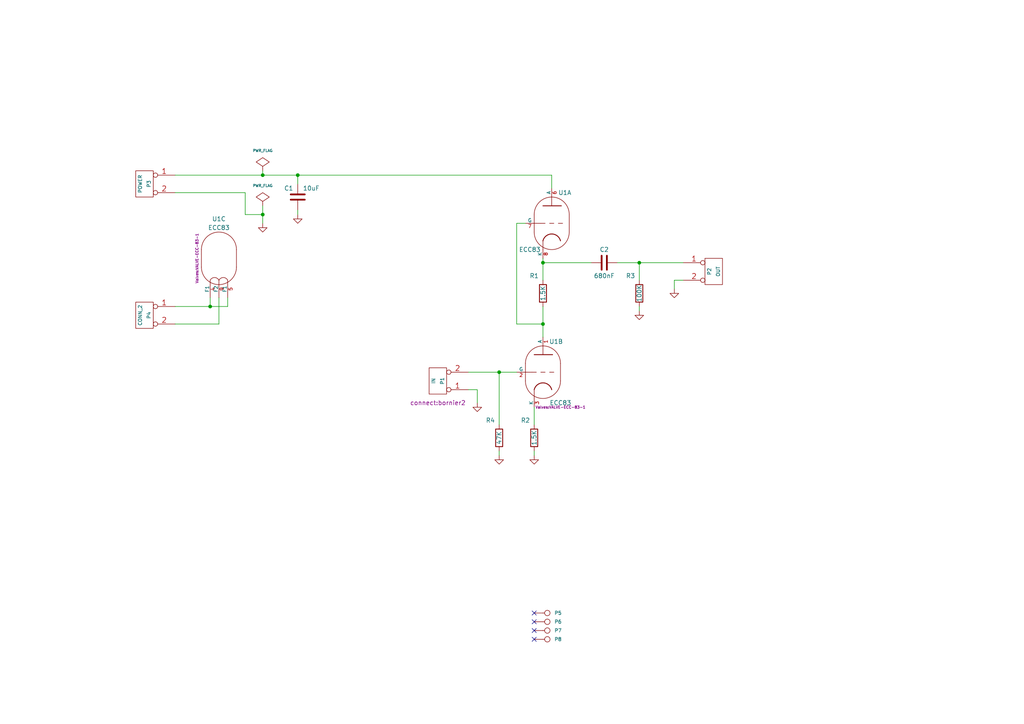
<source format=kicad_sch>
(kicad_sch (version 20230121) (generator eeschema)
  (paper "A4")
  (title_block (title "ECC Push-Pull") (date "Sat 21 Mar 2015") (rev "0.1"))
  (lib_symbols
    (symbol "ecc83_schlib:C" (pin_numbers hide) (pin_names (offset 0.254))
      (property "Reference" "C" (at 0.635 2.54 0))
      (property "Value" "C" (at 0.635 -2.54 0))
      (symbol "C_0_1"
        (polyline (pts (xy -2.032 -0.762) (xy 2.032 -0.762)) (stroke (width 0.508)))
        (polyline (pts (xy -2.032 0.762) (xy 2.032 0.762)) (stroke (width 0.508)))
      )
      (symbol "C_1_1"
        (pin passive line (at 0 3.81 270) (length 2.794) (name "~") (number "1"))
        (pin passive line (at 0 -3.81 90) (length 2.794) (name "~") (number "2"))
      )
    )
    (symbol "ecc83_schlib:CONN_1" (pin_numbers hide) (pin_names (offset 0.762) hide)
      (property "Reference" "P" (at 2.032 0 0))
      (symbol "CONN_1_0_1"
        (polyline (pts (xy -0.762 0) (xy -1.27 0)))
        (circle (center 0 0) (radius 0.7874))
      )
      (symbol "CONN_1_1_1"
        (pin passive line (at -3.81 0 0) (length 2.54) (name "1") (number "1"))
      )
    )
    (symbol "ecc83_schlib:CONN_2" (pin_names (offset 1.016) hide)
      (property "Reference" "P" (at -1.27 0 90))
      (property "Value" "CONN_2" (at 1.27 0 90))
      (symbol "CONN_2_0_1"
        (rectangle (start -2.54 3.81) (end 2.54 -3.81))
      )
      (symbol "CONN_2_1_1"
        (pin passive inverted (at -8.89 2.54 0) (length 6.35) (name "P1") (number "1"))
        (pin passive inverted (at -8.89 -2.54 0) (length 6.35) (name "PM") (number "2"))
      )
    )
    (symbol "ecc83_schlib:ECC83" (pin_names (offset 0))
      (property "Reference" "U" (at 3.302 7.874 0))
      (property "Value" "ECC83" (at 8.89 -7.62 0))
      (symbol "ECC83_0_1"
        (arc (start -5.08 -2.54) (mid 0 -7.5979) (end 5.08 -2.54))
        (polyline (pts (xy 5.08 2.54) (xy 5.08 -2.54)))
        (polyline (pts (xy -5.08 2.54) (xy -5.08 -2.54) (xy -5.08 -2.54)))
        (arc (start 5.08 2.54) (mid 0 7.5979) (end -5.08 2.54))
      )
      (symbol "ECC83_1_0"
        (polyline (pts (xy -2.54 -5.08) (xy -2.54 -7.62)))
        (polyline (pts (xy 0 5.08) (xy 0 7.62)))
      )
      (symbol "ECC83_1_1"
        (polyline (pts (xy -5.08 0) (xy -3.175 0)))
        (polyline (pts (xy -1.905 0) (xy -3.175 0)) (stroke (width 0.1524)))
        (polyline (pts (xy -0.635 0) (xy 0.635 0)) (stroke (width 0.1524)))
        (polyline (pts (xy 1.905 0) (xy 3.175 0)) (stroke (width 0.1524)))
        (polyline (pts (xy -2.54 5.08) (xy 2.794 5.08) (xy 2.794 5.08)) (stroke (width 0.254)))
        (arc (start 2.54 -5.08) (mid 0 -3.0968) (end -2.54 -5.08) (stroke (width 0.254)))
        (pin passive line (at 0 10.16 270) (length 2.54) (name "A") (number "6"))
        (pin input line (at -7.62 0 0) (length 2.54) (name "G") (number "7"))
        (pin passive line (at -2.54 -10.16 90) (length 2.54) (name "K") (number "8"))
      )
      (symbol "ECC83_2_0"
        (polyline (pts (xy -2.54 -5.08) (xy -2.54 -7.62)))
        (polyline (pts (xy 0 5.08) (xy 0 7.62)))
      )
      (symbol "ECC83_2_1"
        (polyline (pts (xy -5.08 0) (xy -3.175 0)))
        (polyline (pts (xy -1.905 0) (xy -3.175 0)) (stroke (width 0.1524)))
        (polyline (pts (xy -0.635 0) (xy 0.635 0)) (stroke (width 0.1524)))
        (polyline (pts (xy 1.905 0) (xy 3.175 0)) (stroke (width 0.1524)))
        (polyline (pts (xy -2.54 5.08) (xy 2.794 5.08) (xy 2.794 5.08)) (stroke (width 0.254)))
        (arc (start 2.54 -5.08) (mid 0 -3.0968) (end -2.54 -5.08) (stroke (width 0.254)))
        (pin passive line (at 0 10.16 270) (length 2.54) (name "A") (number "1"))
        (pin input line (at -7.62 0 0) (length 2.54) (name "G") (number "2"))
        (pin passive line (at -2.54 -10.16 90) (length 2.54) (name "K") (number "3"))
      )
      (symbol "ECC83_3_1"
        (arc (start 0 -6.35) (mid -1.27 -5.5651) (end -2.54 -6.35))
        (arc (start 2.54 -6.35) (mid 1.27 -5.5651) (end 0 -6.35))
        (pin input line (at -2.54 -11.43 90) (length 5.08) (name "F1") (number "4"))
        (pin input line (at 2.54 -11.43 90) (length 5.08) (name "F1") (number "5"))
        (pin input line (at 0 -11.43 90) (length 5.08) (name "F2") (number "9"))
      )
    )
    (symbol "ecc83_schlib:GND" (power) (pin_names (offset 0))
      (property "Value" "GND" (at 0 -3.81 0))
      (symbol "GND_0_1"
        (polyline (pts (xy 0 0) (xy 0 -1.27) (xy 1.27 -1.27) (xy 0 -2.54) (xy -1.27 -1.27) (xy 0 -1.27)))
      )
      (symbol "GND_1_1"
        (pin power_in line (at 0 0 270) (length 0) hide (name "GND") (number "1"))
      )
    )
    (symbol "ecc83_schlib:PWR_FLAG" (power) (pin_numbers hide) (pin_names (offset 0) hide)
      (property "Value" "PWR_FLAG" (at 0 4.572 0))
      (symbol "PWR_FLAG_0_0"
        (pin power_out line (at 0 0 90) (length 0) (name "pwr") (number "1"))
      )
      (symbol "PWR_FLAG_0_1"
        (polyline (pts (xy 0 0) (xy 0 1.27) (xy -1.905 2.54) (xy 0 3.81) (xy 1.905 2.54) (xy 0 1.27)))
      )
    )
    (symbol "ecc83_schlib:R" (pin_numbers hide) (pin_names (offset 0))
      (property "Reference" "R" (at 2.032 0 90))
      (property "Value" "R" (at 0 0 90))
      (symbol "R_0_1"
        (rectangle (start -1.016 -2.54) (end 1.016 2.54) (stroke (width 0.254)))
      )
      (symbol "R_1_1"
        (pin passive line (at 0 3.81 270) (length 1.27) (name "~") (number "1"))
        (pin passive line (at 0 -3.81 90) (length 1.27) (name "~") (number "2"))
      )
    )
  )
  (junction (at 144.78 107.95))
  (junction (at 60.96 88.9))
  (junction (at 157.48 76.2))
  (junction (at 185.42 76.2))
  (junction (at 86.36 50.8))
  (junction (at 76.2 50.8))
  (junction (at 76.2 62.23))
  (junction (at 157.48 93.98))
  (no_connect (at 154.94 180.34))
  (no_connect (at 154.94 177.8))
  (no_connect (at 154.94 185.42))
  (no_connect (at 154.94 182.88))
  (wire (pts (xy 63.5 86.36) (xy 63.5 93.98)))
  (wire (pts (xy 138.43 113.03) (xy 135.89 113.03)))
  (wire (pts (xy 86.36 62.23) (xy 86.36 60.96)))
  (wire (pts (xy 63.5 93.98) (xy 50.8 93.98)))
  (wire (pts (xy 86.36 50.8) (xy 160.02 50.8)))
  (wire (pts (xy 195.58 81.28) (xy 195.58 83.82)))
  (wire (pts (xy 135.89 107.95) (xy 144.78 107.95)))
  (wire (pts (xy 149.86 64.77) (xy 149.86 93.98)))
  (wire (pts (xy 154.94 118.11) (xy 154.94 123.19)))
  (wire (pts (xy 185.42 76.2) (xy 198.12 76.2)))
  (wire (pts (xy 138.43 116.84) (xy 138.43 113.03)))
  (wire (pts (xy 60.96 88.9) (xy 60.96 86.36)))
  (wire (pts (xy 198.12 81.28) (xy 195.58 81.28)))
  (wire (pts (xy 157.48 76.2) (xy 157.48 81.28)))
  (wire (pts (xy 171.45 76.2) (xy 157.48 76.2)))
  (wire (pts (xy 157.48 74.93) (xy 157.48 76.2)))
  (wire (pts (xy 179.07 76.2) (xy 185.42 76.2)))
  (wire (pts (xy 154.94 130.81) (xy 154.94 132.08)))
  (wire (pts (xy 76.2 50.8) (xy 86.36 50.8)))
  (wire (pts (xy 144.78 107.95) (xy 149.86 107.95)))
  (wire (pts (xy 50.8 55.88) (xy 71.12 55.88)))
  (wire (pts (xy 86.36 53.34) (xy 86.36 50.8)))
  (wire (pts (xy 157.48 93.98) (xy 157.48 97.79)))
  (wire (pts (xy 160.02 50.8) (xy 160.02 54.61)))
  (wire (pts (xy 152.4 64.77) (xy 149.86 64.77)))
  (wire (pts (xy 157.48 88.9) (xy 157.48 93.98)))
  (wire (pts (xy 66.04 88.9) (xy 66.04 86.36)))
  (wire (pts (xy 185.42 76.2) (xy 185.42 81.28)))
  (wire (pts (xy 50.8 50.8) (xy 76.2 50.8)))
  (wire (pts (xy 149.86 93.98) (xy 157.48 93.98)))
  (wire (pts (xy 71.12 55.88) (xy 71.12 62.23)))
  (wire (pts (xy 185.42 90.17) (xy 185.42 88.9)))
  (wire (pts (xy 71.12 62.23) (xy 76.2 62.23)))
  (wire (pts (xy 60.96 88.9) (xy 66.04 88.9)))
  (wire (pts (xy 50.8 88.9) (xy 60.96 88.9)))
  (wire (pts (xy 76.2 62.23) (xy 76.2 64.77)))
  (wire (pts (xy 144.78 130.81) (xy 144.78 132.08)))
  (wire (pts (xy 76.2 49.53) (xy 76.2 50.8)))
  (wire (pts (xy 144.78 107.95) (xy 144.78 123.19)))
  (wire (pts (xy 76.2 59.69) (xy 76.2 62.23)))
  (symbol (lib_id "ecc83_schlib:R") (at 157.48 85.09 180) (unit 1)
    (property "Reference" "R1" (at 154.94 80.01 0))
    (property "Value" "1.5K" (at 157.48 85.09 90))
    (property "Footprint" "discret:R3" (effects hide))
  )
  (symbol (lib_id "ecc83_schlib:R") (at 154.94 127 0) (unit 1)
    (property "Reference" "R2" (at 152.4 121.92 0))
    (property "Value" "1.5K" (at 154.94 127 90))
    (property "Footprint" "discret:R3" (effects hide))
  )
  (symbol (lib_id "ecc83_schlib:R") (at 144.78 127 0) (unit 1)
    (property "Reference" "R4" (at 142.24 121.92 0))
    (property "Value" "47K" (at 144.78 127 90))
    (property "Footprint" "discret:R3" (effects hide))
  )
  (symbol (lib_id "ecc83_schlib:R") (at 185.42 85.09 0) (unit 1)
    (property "Reference" "R3" (at 182.88 80.01 0))
    (property "Value" "100K" (at 185.42 85.09 90))
    (property "Footprint" "discret:R3" (effects hide))
  )
  (symbol (lib_id "ecc83_schlib:C") (at 175.26 76.2 270) (unit 1)
    (property "Reference" "C2" (at 175.26 72.39 90))
    (property "Value" "680nF" (at 175.26 80.01 90))
    (property "Footprint" "discret:C2" (effects hide))
  )
  (symbol (lib_id "ecc83_schlib:CONN_2") (at 127 110.49 180) (unit 1)
    (property "Reference" "P1" (at 128.27 110.49 90) (effects (font (size 1.016 1.016))))
    (property "Value" "IN" (at 125.73 110.49 90) (effects (font (size 1.016 1.016))))
    (property "Footprint" "connect:bornier2" (at 127 116.84 0))
  )
  (symbol (lib_id "ecc83_schlib:CONN_2") (at 207.01 78.74 0) (unit 1)
    (property "Reference" "P2" (at 205.74 78.74 90) (effects (font (size 1.016 1.016))))
    (property "Value" "OUT" (at 208.28 78.74 90) (effects (font (size 1.016 1.016))))
    (property "Footprint" "connect:bornier2" (effects hide))
  )
  (symbol (lib_id "ecc83_schlib:CONN_2") (at 41.91 53.34 0) (mirror y) (unit 1)
    (property "Reference" "P3" (at 43.18 53.34 90) (effects (font (size 1.016 1.016))))
    (property "Value" "POWER" (at 40.64 53.34 90) (effects (font (size 1.016 1.016))))
    (property "Footprint" "connect:bornier2" (effects hide))
  )
  (symbol (lib_id "ecc83_schlib:C") (at 86.36 57.15 0) (mirror y) (unit 1)
    (property "Reference" "C1" (at 85.09 54.61 0) (effects (justify left)))
    (property "Value" "10uF" (at 92.71 54.61 0) (effects (justify left)))
    (property "Footprint" "discret:C2V10" (effects hide))
  )
  (symbol (lib_id "ecc83_schlib:CONN_2") (at 41.91 91.44 0) (mirror y) (unit 1)
    (property "Reference" "P4" (at 43.18 91.44 90) (effects (font (size 1.016 1.016))))
    (property "Value" "CONN_2" (at 40.64 91.44 90) (effects (font (size 1.016 1.016))))
    (property "Footprint" "connect:bornier2" (effects hide))
  )
  (symbol (lib_id "ecc83_schlib:PWR_FLAG") (at 76.2 59.69 0) (unit 1)
    (property "Reference" "#FLG05" (effects hide))
    (property "Value" "PWR_FLAG" (at 76.2 53.848 0) (effects (font (size 0.762 0.762))))
  )
  (symbol (lib_id "ecc83_schlib:GND") (at 144.78 132.08 0) (unit 1)
    (property "Reference" "#PWR04" (effects hide))
    (property "Value" "GND" (effects hide))
  )
  (symbol (lib_id "ecc83_schlib:GND") (at 154.94 132.08 0) (unit 1)
    (property "Reference" "#PWR03" (effects hide))
    (property "Value" "GND" (effects hide))
  )
  (symbol (lib_id "ecc83_schlib:GND") (at 185.42 90.17 0) (unit 1)
    (property "Reference" "#PWR02" (effects hide))
    (property "Value" "GND" (effects hide))
  )
  (symbol (lib_id "ecc83_schlib:GND") (at 195.58 83.82 0) (unit 1)
    (property "Reference" "#PWR01" (effects hide))
    (property "Value" "GND" (effects hide))
  )
  (symbol (lib_id "ecc83_schlib:ECC83") (at 160.02 64.77 0) (unit 1)
    (property "Reference" "U1" (at 163.83 55.88 0))
    (property "Value" "ECC83" (at 153.67 72.39 0))
    (property "Footprint" "Valves:VALVE-ECC-83-1" (effects hide))
  )
  (symbol (lib_id "ecc83_schlib:ECC83") (at 157.48 107.95 0) (unit 2)
    (property "Reference" "U1" (at 161.29 99.06 0))
    (property "Value" "ECC83" (at 162.56 116.84 0))
    (property "Footprint" "Valves:VALVE-ECC-83-1" (at 162.56 118.11 0) (effects (font (size 0.762 0.762))))
  )
  (symbol (lib_id "ecc83_schlib:ECC83") (at 63.5 74.93 0) (unit 3)
    (property "Reference" "U1" (at 63.5 63.5 0))
    (property "Value" "ECC83" (at 63.5 66.04 0))
    (property "Footprint" "Valves:VALVE-ECC-83-1" (at 57.15 74.93 90) (effects (font (size 0.762 0.762))))
  )
  (symbol (lib_id "ecc83_schlib:GND") (at 86.36 62.23 0) (mirror y) (unit 1)
    (property "Reference" "#PWR06" (effects hide))
    (property "Value" "GND" (effects hide))
  )
  (symbol (lib_id "ecc83_schlib:CONN_1") (at 158.75 177.8 0) (unit 1)
    (property "Reference" "P5" (at 160.782 177.8 0) (effects (font (size 1.016 1.016)) (justify left)))
    (property "Value" "CONN_1" (effects hide))
    (property "Footprint" "connect:1pin" (effects hide))
  )
  (symbol (lib_id "ecc83_schlib:CONN_1") (at 158.75 180.34 0) (unit 1)
    (property "Reference" "P6" (at 160.782 180.34 0) (effects (font (size 1.016 1.016)) (justify left)))
    (property "Value" "CONN_1" (effects hide))
    (property "Footprint" "connect:1pin" (effects hide))
  )
  (symbol (lib_id "ecc83_schlib:CONN_1") (at 158.75 182.88 0) (unit 1)
    (property "Reference" "P7" (at 160.782 182.88 0) (effects (font (size 1.016 1.016)) (justify left)))
    (property "Value" "CONN_1" (effects hide))
    (property "Footprint" "connect:1pin" (effects hide))
  )
  (symbol (lib_id "ecc83_schlib:CONN_1") (at 158.75 185.42 0) (unit 1)
    (property "Reference" "P8" (at 160.782 185.42 0) (effects (font (size 1.016 1.016)) (justify left)))
    (property "Value" "CONN_1" (effects hide))
    (property "Footprint" "connect:1pin" (effects hide))
  )
  (symbol (lib_id "ecc83_schlib:PWR_FLAG") (at 76.2 49.53 0) (unit 1)
    (property "Reference" "#FLG07" (effects hide))
    (property "Value" "PWR_FLAG" (at 76.2 43.688 0) (effects (font (size 0.762 0.762))))
  )
  (symbol (lib_id "ecc83_schlib:GND") (at 76.2 64.77 0) (mirror y) (unit 1)
    (property "Reference" "#PWR08" (effects hide))
    (property "Value" "GND" (effects hide))
  )
  (symbol (lib_id "ecc83_schlib:GND") (at 138.43 116.84 0) (unit 1)
    (property "Reference" "#PWR09" (effects hide))
    (property "Value" "GND" (effects hide))
  )
)
</source>
